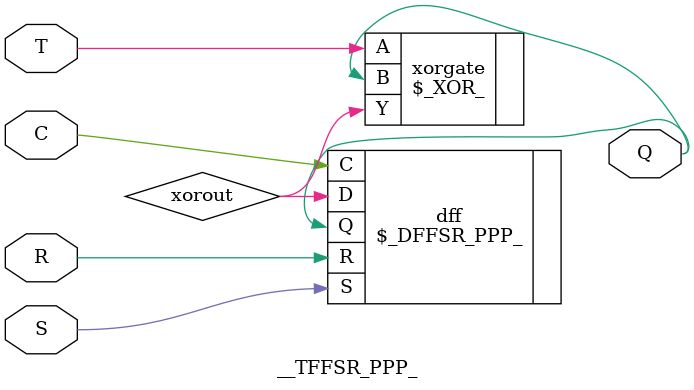
<source format=v>
module __TFFSR_PPP_ (C, S, R, T, Q);
	input C, S, R, T;
	output wire Q;
	wire xorout;
	$_XOR_ xorgate (
		.A(T),
		.B(Q),
		.Y(xorout),
	);
	$_DFFSR_PPP_ dff (
		.C(C),
		.D(xorout),
		.Q(Q),
		.S(S),
		.R(R),
	);
endmodule
</source>
